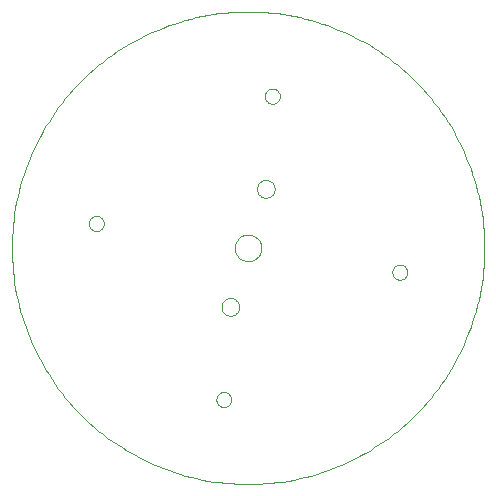
<source format=gko>
G75*
%MOIN*%
%OFA0B0*%
%FSLAX24Y24*%
%IPPOS*%
%LPD*%
%AMOC8*
5,1,8,0,0,1.08239X$1,22.5*
%
%ADD10C,0.0004*%
%ADD11C,0.0000*%
D10*
X000232Y008143D02*
X000234Y008336D01*
X000241Y008529D01*
X000253Y008722D01*
X000270Y008915D01*
X000291Y009107D01*
X000317Y009298D01*
X000348Y009489D01*
X000383Y009679D01*
X000423Y009868D01*
X000468Y010056D01*
X000517Y010243D01*
X000571Y010429D01*
X000629Y010613D01*
X000692Y010796D01*
X000760Y010977D01*
X000831Y011156D01*
X000908Y011334D01*
X000988Y011510D01*
X001073Y011683D01*
X001162Y011855D01*
X001255Y012024D01*
X001352Y012191D01*
X001454Y012356D01*
X001559Y012518D01*
X001668Y012677D01*
X001782Y012834D01*
X001899Y012987D01*
X002019Y013138D01*
X002144Y013286D01*
X002272Y013431D01*
X002403Y013572D01*
X002538Y013711D01*
X002677Y013846D01*
X002818Y013977D01*
X002963Y014105D01*
X003111Y014230D01*
X003262Y014350D01*
X003415Y014467D01*
X003572Y014581D01*
X003731Y014690D01*
X003893Y014795D01*
X004058Y014897D01*
X004225Y014994D01*
X004394Y015087D01*
X004566Y015176D01*
X004739Y015261D01*
X004915Y015341D01*
X005093Y015418D01*
X005272Y015489D01*
X005453Y015557D01*
X005636Y015620D01*
X005820Y015678D01*
X006006Y015732D01*
X006193Y015781D01*
X006381Y015826D01*
X006570Y015866D01*
X006760Y015901D01*
X006951Y015932D01*
X007142Y015958D01*
X007334Y015979D01*
X007527Y015996D01*
X007720Y016008D01*
X007913Y016015D01*
X008106Y016017D01*
X008299Y016015D01*
X008492Y016008D01*
X008685Y015996D01*
X008878Y015979D01*
X009070Y015958D01*
X009261Y015932D01*
X009452Y015901D01*
X009642Y015866D01*
X009831Y015826D01*
X010019Y015781D01*
X010206Y015732D01*
X010392Y015678D01*
X010576Y015620D01*
X010759Y015557D01*
X010940Y015489D01*
X011119Y015418D01*
X011297Y015341D01*
X011473Y015261D01*
X011646Y015176D01*
X011818Y015087D01*
X011987Y014994D01*
X012154Y014897D01*
X012319Y014795D01*
X012481Y014690D01*
X012640Y014581D01*
X012797Y014467D01*
X012950Y014350D01*
X013101Y014230D01*
X013249Y014105D01*
X013394Y013977D01*
X013535Y013846D01*
X013674Y013711D01*
X013809Y013572D01*
X013940Y013431D01*
X014068Y013286D01*
X014193Y013138D01*
X014313Y012987D01*
X014430Y012834D01*
X014544Y012677D01*
X014653Y012518D01*
X014758Y012356D01*
X014860Y012191D01*
X014957Y012024D01*
X015050Y011855D01*
X015139Y011683D01*
X015224Y011510D01*
X015304Y011334D01*
X015381Y011156D01*
X015452Y010977D01*
X015520Y010796D01*
X015583Y010613D01*
X015641Y010429D01*
X015695Y010243D01*
X015744Y010056D01*
X015789Y009868D01*
X015829Y009679D01*
X015864Y009489D01*
X015895Y009298D01*
X015921Y009107D01*
X015942Y008915D01*
X015959Y008722D01*
X015971Y008529D01*
X015978Y008336D01*
X015980Y008143D01*
X015978Y007950D01*
X015971Y007757D01*
X015959Y007564D01*
X015942Y007371D01*
X015921Y007179D01*
X015895Y006988D01*
X015864Y006797D01*
X015829Y006607D01*
X015789Y006418D01*
X015744Y006230D01*
X015695Y006043D01*
X015641Y005857D01*
X015583Y005673D01*
X015520Y005490D01*
X015452Y005309D01*
X015381Y005130D01*
X015304Y004952D01*
X015224Y004776D01*
X015139Y004603D01*
X015050Y004431D01*
X014957Y004262D01*
X014860Y004095D01*
X014758Y003930D01*
X014653Y003768D01*
X014544Y003609D01*
X014430Y003452D01*
X014313Y003299D01*
X014193Y003148D01*
X014068Y003000D01*
X013940Y002855D01*
X013809Y002714D01*
X013674Y002575D01*
X013535Y002440D01*
X013394Y002309D01*
X013249Y002181D01*
X013101Y002056D01*
X012950Y001936D01*
X012797Y001819D01*
X012640Y001705D01*
X012481Y001596D01*
X012319Y001491D01*
X012154Y001389D01*
X011987Y001292D01*
X011818Y001199D01*
X011646Y001110D01*
X011473Y001025D01*
X011297Y000945D01*
X011119Y000868D01*
X010940Y000797D01*
X010759Y000729D01*
X010576Y000666D01*
X010392Y000608D01*
X010206Y000554D01*
X010019Y000505D01*
X009831Y000460D01*
X009642Y000420D01*
X009452Y000385D01*
X009261Y000354D01*
X009070Y000328D01*
X008878Y000307D01*
X008685Y000290D01*
X008492Y000278D01*
X008299Y000271D01*
X008106Y000269D01*
X007913Y000271D01*
X007720Y000278D01*
X007527Y000290D01*
X007334Y000307D01*
X007142Y000328D01*
X006951Y000354D01*
X006760Y000385D01*
X006570Y000420D01*
X006381Y000460D01*
X006193Y000505D01*
X006006Y000554D01*
X005820Y000608D01*
X005636Y000666D01*
X005453Y000729D01*
X005272Y000797D01*
X005093Y000868D01*
X004915Y000945D01*
X004739Y001025D01*
X004566Y001110D01*
X004394Y001199D01*
X004225Y001292D01*
X004058Y001389D01*
X003893Y001491D01*
X003731Y001596D01*
X003572Y001705D01*
X003415Y001819D01*
X003262Y001936D01*
X003111Y002056D01*
X002963Y002181D01*
X002818Y002309D01*
X002677Y002440D01*
X002538Y002575D01*
X002403Y002714D01*
X002272Y002855D01*
X002144Y003000D01*
X002019Y003148D01*
X001899Y003299D01*
X001782Y003452D01*
X001668Y003609D01*
X001559Y003768D01*
X001454Y003930D01*
X001352Y004095D01*
X001255Y004262D01*
X001162Y004431D01*
X001073Y004603D01*
X000988Y004776D01*
X000908Y004952D01*
X000831Y005130D01*
X000760Y005309D01*
X000692Y005490D01*
X000629Y005673D01*
X000571Y005857D01*
X000517Y006043D01*
X000468Y006230D01*
X000423Y006418D01*
X000383Y006607D01*
X000348Y006797D01*
X000317Y006988D01*
X000291Y007179D01*
X000270Y007371D01*
X000253Y007564D01*
X000241Y007757D01*
X000234Y007950D01*
X000232Y008143D01*
X000234Y008336D01*
X000241Y008529D01*
X000253Y008722D01*
X000270Y008915D01*
X000291Y009107D01*
X000317Y009298D01*
X000348Y009489D01*
X000383Y009679D01*
X000423Y009868D01*
X000468Y010056D01*
X000517Y010243D01*
X000571Y010429D01*
X000629Y010613D01*
X000692Y010796D01*
X000760Y010977D01*
X000831Y011156D01*
X000908Y011334D01*
X000988Y011510D01*
X001073Y011683D01*
X001162Y011855D01*
X001255Y012024D01*
X001352Y012191D01*
X001454Y012356D01*
X001559Y012518D01*
X001668Y012677D01*
X001782Y012834D01*
X001899Y012987D01*
X002019Y013138D01*
X002144Y013286D01*
X002272Y013431D01*
X002403Y013572D01*
X002538Y013711D01*
X002677Y013846D01*
X002818Y013977D01*
X002963Y014105D01*
X003111Y014230D01*
X003262Y014350D01*
X003415Y014467D01*
X003572Y014581D01*
X003731Y014690D01*
X003893Y014795D01*
X004058Y014897D01*
X004225Y014994D01*
X004394Y015087D01*
X004566Y015176D01*
X004739Y015261D01*
X004915Y015341D01*
X005093Y015418D01*
X005272Y015489D01*
X005453Y015557D01*
X005636Y015620D01*
X005820Y015678D01*
X006006Y015732D01*
X006193Y015781D01*
X006381Y015826D01*
X006570Y015866D01*
X006760Y015901D01*
X006951Y015932D01*
X007142Y015958D01*
X007334Y015979D01*
X007527Y015996D01*
X007720Y016008D01*
X007913Y016015D01*
X008106Y016017D01*
X008299Y016015D01*
X008492Y016008D01*
X008685Y015996D01*
X008878Y015979D01*
X009070Y015958D01*
X009261Y015932D01*
X009452Y015901D01*
X009642Y015866D01*
X009831Y015826D01*
X010019Y015781D01*
X010206Y015732D01*
X010392Y015678D01*
X010576Y015620D01*
X010759Y015557D01*
X010940Y015489D01*
X011119Y015418D01*
X011297Y015341D01*
X011473Y015261D01*
X011646Y015176D01*
X011818Y015087D01*
X011987Y014994D01*
X012154Y014897D01*
X012319Y014795D01*
X012481Y014690D01*
X012640Y014581D01*
X012797Y014467D01*
X012950Y014350D01*
X013101Y014230D01*
X013249Y014105D01*
X013394Y013977D01*
X013535Y013846D01*
X013674Y013711D01*
X013809Y013572D01*
X013940Y013431D01*
X014068Y013286D01*
X014193Y013138D01*
X014313Y012987D01*
X014430Y012834D01*
X014544Y012677D01*
X014653Y012518D01*
X014758Y012356D01*
X014860Y012191D01*
X014957Y012024D01*
X015050Y011855D01*
X015139Y011683D01*
X015224Y011510D01*
X015304Y011334D01*
X015381Y011156D01*
X015452Y010977D01*
X015520Y010796D01*
X015583Y010613D01*
X015641Y010429D01*
X015695Y010243D01*
X015744Y010056D01*
X015789Y009868D01*
X015829Y009679D01*
X015864Y009489D01*
X015895Y009298D01*
X015921Y009107D01*
X015942Y008915D01*
X015959Y008722D01*
X015971Y008529D01*
X015978Y008336D01*
X015980Y008143D01*
X015978Y007950D01*
X015971Y007757D01*
X015959Y007564D01*
X015942Y007371D01*
X015921Y007179D01*
X015895Y006988D01*
X015864Y006797D01*
X015829Y006607D01*
X015789Y006418D01*
X015744Y006230D01*
X015695Y006043D01*
X015641Y005857D01*
X015583Y005673D01*
X015520Y005490D01*
X015452Y005309D01*
X015381Y005130D01*
X015304Y004952D01*
X015224Y004776D01*
X015139Y004603D01*
X015050Y004431D01*
X014957Y004262D01*
X014860Y004095D01*
X014758Y003930D01*
X014653Y003768D01*
X014544Y003609D01*
X014430Y003452D01*
X014313Y003299D01*
X014193Y003148D01*
X014068Y003000D01*
X013940Y002855D01*
X013809Y002714D01*
X013674Y002575D01*
X013535Y002440D01*
X013394Y002309D01*
X013249Y002181D01*
X013101Y002056D01*
X012950Y001936D01*
X012797Y001819D01*
X012640Y001705D01*
X012481Y001596D01*
X012319Y001491D01*
X012154Y001389D01*
X011987Y001292D01*
X011818Y001199D01*
X011646Y001110D01*
X011473Y001025D01*
X011297Y000945D01*
X011119Y000868D01*
X010940Y000797D01*
X010759Y000729D01*
X010576Y000666D01*
X010392Y000608D01*
X010206Y000554D01*
X010019Y000505D01*
X009831Y000460D01*
X009642Y000420D01*
X009452Y000385D01*
X009261Y000354D01*
X009070Y000328D01*
X008878Y000307D01*
X008685Y000290D01*
X008492Y000278D01*
X008299Y000271D01*
X008106Y000269D01*
X007913Y000271D01*
X007720Y000278D01*
X007527Y000290D01*
X007334Y000307D01*
X007142Y000328D01*
X006951Y000354D01*
X006760Y000385D01*
X006570Y000420D01*
X006381Y000460D01*
X006193Y000505D01*
X006006Y000554D01*
X005820Y000608D01*
X005636Y000666D01*
X005453Y000729D01*
X005272Y000797D01*
X005093Y000868D01*
X004915Y000945D01*
X004739Y001025D01*
X004566Y001110D01*
X004394Y001199D01*
X004225Y001292D01*
X004058Y001389D01*
X003893Y001491D01*
X003731Y001596D01*
X003572Y001705D01*
X003415Y001819D01*
X003262Y001936D01*
X003111Y002056D01*
X002963Y002181D01*
X002818Y002309D01*
X002677Y002440D01*
X002538Y002575D01*
X002403Y002714D01*
X002272Y002855D01*
X002144Y003000D01*
X002019Y003148D01*
X001899Y003299D01*
X001782Y003452D01*
X001668Y003609D01*
X001559Y003768D01*
X001454Y003930D01*
X001352Y004095D01*
X001255Y004262D01*
X001162Y004431D01*
X001073Y004603D01*
X000988Y004776D01*
X000908Y004952D01*
X000831Y005130D01*
X000760Y005309D01*
X000692Y005490D01*
X000629Y005673D01*
X000571Y005857D01*
X000517Y006043D01*
X000468Y006230D01*
X000423Y006418D01*
X000383Y006607D01*
X000348Y006797D01*
X000317Y006988D01*
X000291Y007179D01*
X000270Y007371D01*
X000253Y007564D01*
X000241Y007757D01*
X000234Y007950D01*
X000232Y008143D01*
D11*
X007046Y003085D02*
X007048Y003116D01*
X007054Y003147D01*
X007064Y003177D01*
X007077Y003205D01*
X007094Y003232D01*
X007114Y003256D01*
X007137Y003278D01*
X007162Y003296D01*
X007190Y003311D01*
X007219Y003323D01*
X007249Y003331D01*
X007280Y003335D01*
X007312Y003335D01*
X007343Y003331D01*
X007373Y003323D01*
X007402Y003311D01*
X007430Y003296D01*
X007455Y003278D01*
X007478Y003256D01*
X007498Y003232D01*
X007515Y003205D01*
X007528Y003177D01*
X007538Y003147D01*
X007544Y003116D01*
X007546Y003085D01*
X007544Y003054D01*
X007538Y003023D01*
X007528Y002993D01*
X007515Y002965D01*
X007498Y002938D01*
X007478Y002914D01*
X007455Y002892D01*
X007430Y002874D01*
X007402Y002859D01*
X007373Y002847D01*
X007343Y002839D01*
X007312Y002835D01*
X007280Y002835D01*
X007249Y002839D01*
X007219Y002847D01*
X007190Y002859D01*
X007162Y002874D01*
X007137Y002892D01*
X007114Y002914D01*
X007094Y002938D01*
X007077Y002965D01*
X007064Y002993D01*
X007054Y003023D01*
X007048Y003054D01*
X007046Y003085D01*
X007221Y006174D02*
X007223Y006208D01*
X007229Y006242D01*
X007239Y006275D01*
X007252Y006306D01*
X007270Y006336D01*
X007290Y006364D01*
X007314Y006389D01*
X007340Y006411D01*
X007368Y006429D01*
X007399Y006445D01*
X007431Y006457D01*
X007465Y006465D01*
X007499Y006469D01*
X007533Y006469D01*
X007567Y006465D01*
X007601Y006457D01*
X007633Y006445D01*
X007663Y006429D01*
X007692Y006411D01*
X007718Y006389D01*
X007742Y006364D01*
X007762Y006336D01*
X007780Y006306D01*
X007793Y006275D01*
X007803Y006242D01*
X007809Y006208D01*
X007811Y006174D01*
X007809Y006140D01*
X007803Y006106D01*
X007793Y006073D01*
X007780Y006042D01*
X007762Y006012D01*
X007742Y005984D01*
X007718Y005959D01*
X007692Y005937D01*
X007664Y005919D01*
X007633Y005903D01*
X007601Y005891D01*
X007567Y005883D01*
X007533Y005879D01*
X007499Y005879D01*
X007465Y005883D01*
X007431Y005891D01*
X007399Y005903D01*
X007368Y005919D01*
X007340Y005937D01*
X007314Y005959D01*
X007290Y005984D01*
X007270Y006012D01*
X007252Y006042D01*
X007239Y006073D01*
X007229Y006106D01*
X007223Y006140D01*
X007221Y006174D01*
X007661Y008143D02*
X007663Y008185D01*
X007669Y008226D01*
X007678Y008267D01*
X007692Y008306D01*
X007709Y008344D01*
X007730Y008380D01*
X007753Y008415D01*
X007780Y008446D01*
X007810Y008476D01*
X007843Y008502D01*
X007878Y008525D01*
X007914Y008545D01*
X007953Y008561D01*
X007993Y008573D01*
X008033Y008582D01*
X008075Y008587D01*
X008116Y008588D01*
X008158Y008585D01*
X008199Y008578D01*
X008240Y008567D01*
X008279Y008553D01*
X008316Y008535D01*
X008352Y008514D01*
X008386Y008489D01*
X008417Y008461D01*
X008445Y008431D01*
X008471Y008398D01*
X008493Y008362D01*
X008512Y008325D01*
X008527Y008286D01*
X008539Y008246D01*
X008547Y008205D01*
X008551Y008164D01*
X008551Y008122D01*
X008547Y008081D01*
X008539Y008040D01*
X008527Y008000D01*
X008512Y007961D01*
X008493Y007924D01*
X008471Y007888D01*
X008445Y007855D01*
X008417Y007825D01*
X008386Y007797D01*
X008352Y007772D01*
X008316Y007751D01*
X008279Y007733D01*
X008240Y007719D01*
X008199Y007708D01*
X008158Y007701D01*
X008116Y007698D01*
X008075Y007699D01*
X008033Y007704D01*
X007993Y007713D01*
X007953Y007725D01*
X007914Y007741D01*
X007878Y007761D01*
X007843Y007784D01*
X007810Y007810D01*
X007780Y007840D01*
X007753Y007871D01*
X007730Y007906D01*
X007709Y007942D01*
X007692Y007980D01*
X007678Y008019D01*
X007669Y008060D01*
X007663Y008101D01*
X007661Y008143D01*
X008402Y010111D02*
X008404Y010145D01*
X008410Y010179D01*
X008420Y010212D01*
X008433Y010243D01*
X008451Y010273D01*
X008471Y010301D01*
X008495Y010326D01*
X008521Y010348D01*
X008549Y010366D01*
X008580Y010382D01*
X008612Y010394D01*
X008646Y010402D01*
X008680Y010406D01*
X008714Y010406D01*
X008748Y010402D01*
X008782Y010394D01*
X008814Y010382D01*
X008844Y010366D01*
X008873Y010348D01*
X008899Y010326D01*
X008923Y010301D01*
X008943Y010273D01*
X008961Y010243D01*
X008974Y010212D01*
X008984Y010179D01*
X008990Y010145D01*
X008992Y010111D01*
X008990Y010077D01*
X008984Y010043D01*
X008974Y010010D01*
X008961Y009979D01*
X008943Y009949D01*
X008923Y009921D01*
X008899Y009896D01*
X008873Y009874D01*
X008845Y009856D01*
X008814Y009840D01*
X008782Y009828D01*
X008748Y009820D01*
X008714Y009816D01*
X008680Y009816D01*
X008646Y009820D01*
X008612Y009828D01*
X008580Y009840D01*
X008549Y009856D01*
X008521Y009874D01*
X008495Y009896D01*
X008471Y009921D01*
X008451Y009949D01*
X008433Y009979D01*
X008420Y010010D01*
X008410Y010043D01*
X008404Y010077D01*
X008402Y010111D01*
X008666Y013200D02*
X008668Y013231D01*
X008674Y013262D01*
X008684Y013292D01*
X008697Y013320D01*
X008714Y013347D01*
X008734Y013371D01*
X008757Y013393D01*
X008782Y013411D01*
X008810Y013426D01*
X008839Y013438D01*
X008869Y013446D01*
X008900Y013450D01*
X008932Y013450D01*
X008963Y013446D01*
X008993Y013438D01*
X009022Y013426D01*
X009050Y013411D01*
X009075Y013393D01*
X009098Y013371D01*
X009118Y013347D01*
X009135Y013320D01*
X009148Y013292D01*
X009158Y013262D01*
X009164Y013231D01*
X009166Y013200D01*
X009164Y013169D01*
X009158Y013138D01*
X009148Y013108D01*
X009135Y013080D01*
X009118Y013053D01*
X009098Y013029D01*
X009075Y013007D01*
X009050Y012989D01*
X009022Y012974D01*
X008993Y012962D01*
X008963Y012954D01*
X008932Y012950D01*
X008900Y012950D01*
X008869Y012954D01*
X008839Y012962D01*
X008810Y012974D01*
X008782Y012989D01*
X008757Y013007D01*
X008734Y013029D01*
X008714Y013053D01*
X008697Y013080D01*
X008684Y013108D01*
X008674Y013138D01*
X008668Y013169D01*
X008666Y013200D01*
X002798Y008953D02*
X002800Y008984D01*
X002806Y009015D01*
X002816Y009045D01*
X002829Y009073D01*
X002846Y009100D01*
X002866Y009124D01*
X002889Y009146D01*
X002914Y009164D01*
X002942Y009179D01*
X002971Y009191D01*
X003001Y009199D01*
X003032Y009203D01*
X003064Y009203D01*
X003095Y009199D01*
X003125Y009191D01*
X003154Y009179D01*
X003182Y009164D01*
X003207Y009146D01*
X003230Y009124D01*
X003250Y009100D01*
X003267Y009073D01*
X003280Y009045D01*
X003290Y009015D01*
X003296Y008984D01*
X003298Y008953D01*
X003296Y008922D01*
X003290Y008891D01*
X003280Y008861D01*
X003267Y008833D01*
X003250Y008806D01*
X003230Y008782D01*
X003207Y008760D01*
X003182Y008742D01*
X003154Y008727D01*
X003125Y008715D01*
X003095Y008707D01*
X003064Y008703D01*
X003032Y008703D01*
X003001Y008707D01*
X002971Y008715D01*
X002942Y008727D01*
X002914Y008742D01*
X002889Y008760D01*
X002866Y008782D01*
X002846Y008806D01*
X002829Y008833D01*
X002816Y008861D01*
X002806Y008891D01*
X002800Y008922D01*
X002798Y008953D01*
X012914Y007332D02*
X012916Y007363D01*
X012922Y007394D01*
X012932Y007424D01*
X012945Y007452D01*
X012962Y007479D01*
X012982Y007503D01*
X013005Y007525D01*
X013030Y007543D01*
X013058Y007558D01*
X013087Y007570D01*
X013117Y007578D01*
X013148Y007582D01*
X013180Y007582D01*
X013211Y007578D01*
X013241Y007570D01*
X013270Y007558D01*
X013298Y007543D01*
X013323Y007525D01*
X013346Y007503D01*
X013366Y007479D01*
X013383Y007452D01*
X013396Y007424D01*
X013406Y007394D01*
X013412Y007363D01*
X013414Y007332D01*
X013412Y007301D01*
X013406Y007270D01*
X013396Y007240D01*
X013383Y007212D01*
X013366Y007185D01*
X013346Y007161D01*
X013323Y007139D01*
X013298Y007121D01*
X013270Y007106D01*
X013241Y007094D01*
X013211Y007086D01*
X013180Y007082D01*
X013148Y007082D01*
X013117Y007086D01*
X013087Y007094D01*
X013058Y007106D01*
X013030Y007121D01*
X013005Y007139D01*
X012982Y007161D01*
X012962Y007185D01*
X012945Y007212D01*
X012932Y007240D01*
X012922Y007270D01*
X012916Y007301D01*
X012914Y007332D01*
M02*

</source>
